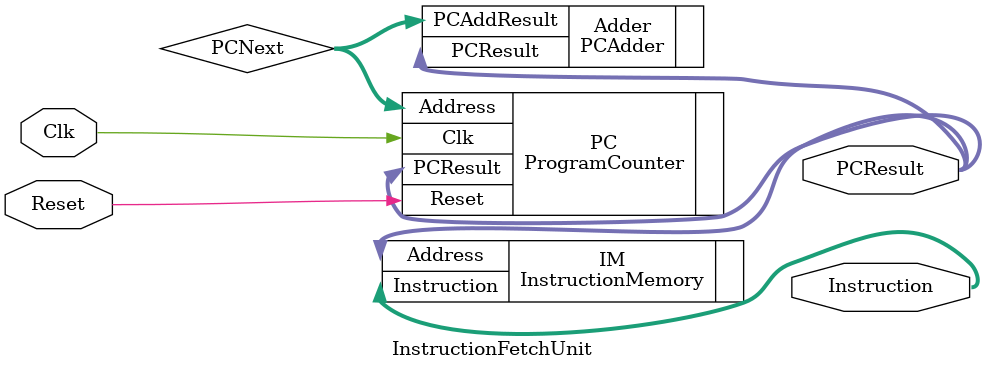
<source format=v>
`timescale 1ns / 1ps

module InstructionFetchUnit(
    output [31:0] Instruction,  // 32-bit output instruction from the instruction memory
    output [31:0] PCResult,     // 32-bit output PCResult from the program counter
    input Reset,                // 1-bit input reset signal
    input Clk                   // Input clock signal
);

    wire [31:0] PCNext;          // Wire to connect the output of PCAdder to the input of ProgramCounter

    // Instantiate the ProgramCounter module
    ProgramCounter PC(
        .Address(PCNext), 
        .PCResult(PCResult), 
        .Reset(Reset), 
        .Clk(Clk)
    );

    // Instantiate the PCAdder module
    PCAdder Adder(
        .PCResult(PCResult), 
        .PCAddResult(PCNext)
    );

    // Instantiate the InstructionMemory module
    InstructionMemory IM(
        .Address(PCResult), 
        .Instruction(Instruction)
    );

endmodule
</source>
